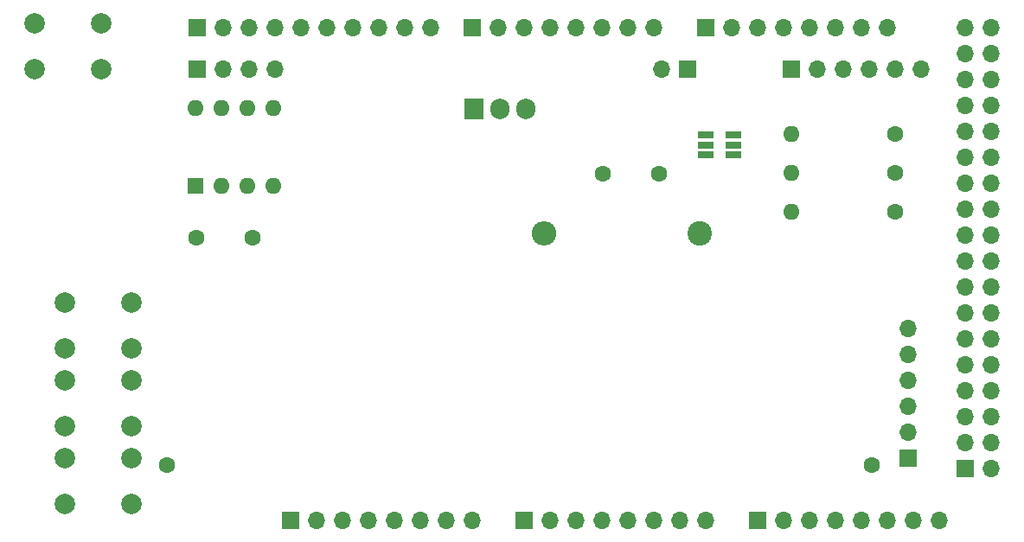
<source format=gbr>
G04 #@! TF.GenerationSoftware,KiCad,Pcbnew,(5.1.9)-1*
G04 #@! TF.CreationDate,2021-04-10T17:02:56+02:00*
G04 #@! TF.ProjectId,Battery_analyzer_MKII,42617474-6572-4795-9f61-6e616c797a65,2*
G04 #@! TF.SameCoordinates,Original*
G04 #@! TF.FileFunction,Soldermask,Top*
G04 #@! TF.FilePolarity,Negative*
%FSLAX46Y46*%
G04 Gerber Fmt 4.6, Leading zero omitted, Abs format (unit mm)*
G04 Created by KiCad (PCBNEW (5.1.9)-1) date 2021-04-10 17:02:56*
%MOMM*%
%LPD*%
G01*
G04 APERTURE LIST*
%ADD10R,1.700000X1.700000*%
%ADD11O,1.700000X1.700000*%
%ADD12O,1.600000X1.600000*%
%ADD13R,1.600000X1.600000*%
%ADD14R,1.560000X0.650000*%
%ADD15C,2.000000*%
%ADD16C,1.600000*%
%ADD17O,2.400000X2.400000*%
%ADD18C,2.400000*%
%ADD19O,1.905000X2.000000*%
%ADD20R,1.905000X2.000000*%
G04 APERTURE END LIST*
D10*
X197358000Y-114046000D03*
D11*
X199898000Y-114046000D03*
X197358000Y-111506000D03*
X199898000Y-111506000D03*
X197358000Y-108966000D03*
X199898000Y-108966000D03*
X197358000Y-106426000D03*
X199898000Y-106426000D03*
X197358000Y-103886000D03*
X199898000Y-103886000D03*
X197358000Y-101346000D03*
X199898000Y-101346000D03*
X197358000Y-98806000D03*
X199898000Y-98806000D03*
X197358000Y-96266000D03*
X199898000Y-96266000D03*
X197358000Y-93726000D03*
X199898000Y-93726000D03*
X197358000Y-91186000D03*
X199898000Y-91186000D03*
X197358000Y-88646000D03*
X199898000Y-88646000D03*
X197358000Y-86106000D03*
X199898000Y-86106000D03*
X197358000Y-83566000D03*
X199898000Y-83566000D03*
X197358000Y-81026000D03*
X199898000Y-81026000D03*
X197358000Y-78486000D03*
X199898000Y-78486000D03*
X197358000Y-75946000D03*
X199898000Y-75946000D03*
X197358000Y-73406000D03*
X199898000Y-73406000D03*
X197358000Y-70866000D03*
X199898000Y-70866000D03*
D12*
X122010000Y-78720000D03*
X129630000Y-86340000D03*
X124550000Y-78720000D03*
X127090000Y-86340000D03*
X127090000Y-78720000D03*
X124550000Y-86340000D03*
X129630000Y-78720000D03*
D13*
X122010000Y-86340000D03*
D14*
X174660000Y-82340000D03*
X174660000Y-81390000D03*
X174660000Y-83290000D03*
X171960000Y-83290000D03*
X171960000Y-82340000D03*
X171960000Y-81390000D03*
D15*
X115720000Y-113030000D03*
X115720000Y-117530000D03*
X109220000Y-113030000D03*
X109220000Y-117530000D03*
D16*
X119210000Y-113740000D03*
X188210000Y-113740000D03*
D11*
X167640000Y-74930000D03*
D10*
X170180000Y-74930000D03*
D15*
X115720000Y-105410000D03*
X115720000Y-109910000D03*
X109220000Y-105410000D03*
X109220000Y-109910000D03*
X115720000Y-97790000D03*
X115720000Y-102290000D03*
X109220000Y-97790000D03*
X109220000Y-102290000D03*
D10*
X180340000Y-74930000D03*
D11*
X182880000Y-74930000D03*
X185420000Y-74930000D03*
X187960000Y-74930000D03*
X190500000Y-74930000D03*
X193040000Y-74930000D03*
X129794000Y-74930000D03*
X127254000Y-74930000D03*
X124714000Y-74930000D03*
D10*
X122174000Y-74930000D03*
D15*
X106262646Y-74930000D03*
X106262646Y-70430000D03*
X112762646Y-74930000D03*
X112762646Y-70430000D03*
D12*
X180340000Y-81280000D03*
D16*
X190500000Y-81280000D03*
D12*
X180340000Y-88900000D03*
D16*
X190500000Y-88900000D03*
D12*
X180340000Y-85090000D03*
D16*
X190500000Y-85090000D03*
D17*
X156170000Y-91040000D03*
D18*
X171410000Y-91040000D03*
D19*
X154390000Y-78840000D03*
X151850000Y-78840000D03*
D20*
X149310000Y-78840000D03*
D11*
X191770000Y-100330000D03*
X191770000Y-102870000D03*
X191770000Y-105410000D03*
X191770000Y-107950000D03*
X191770000Y-110490000D03*
D10*
X191770000Y-113030000D03*
D16*
X161860000Y-85140000D03*
X167360000Y-85140000D03*
X127560000Y-91440000D03*
X122060000Y-91440000D03*
D11*
X149098000Y-119126000D03*
X146558000Y-119126000D03*
X144018000Y-119126000D03*
X141478000Y-119126000D03*
X138938000Y-119126000D03*
X136398000Y-119126000D03*
X133858000Y-119126000D03*
D10*
X131318000Y-119126000D03*
X154178000Y-119126000D03*
D11*
X156718000Y-119126000D03*
X159258000Y-119126000D03*
X161798000Y-119126000D03*
X164338000Y-119126000D03*
X166878000Y-119126000D03*
X169418000Y-119126000D03*
X171958000Y-119126000D03*
D10*
X177038000Y-119126000D03*
D11*
X179578000Y-119126000D03*
X182118000Y-119126000D03*
X184658000Y-119126000D03*
X187198000Y-119126000D03*
X189738000Y-119126000D03*
X192278000Y-119126000D03*
X194818000Y-119126000D03*
D10*
X122174000Y-70866000D03*
D11*
X124714000Y-70866000D03*
X127254000Y-70866000D03*
X129794000Y-70866000D03*
X132334000Y-70866000D03*
X134874000Y-70866000D03*
X137414000Y-70866000D03*
X139954000Y-70866000D03*
X142494000Y-70866000D03*
X145034000Y-70866000D03*
X166878000Y-70866000D03*
X164338000Y-70866000D03*
X161798000Y-70866000D03*
X159258000Y-70866000D03*
X156718000Y-70866000D03*
X154178000Y-70866000D03*
X151638000Y-70866000D03*
D10*
X149098000Y-70866000D03*
X171958000Y-70866000D03*
D11*
X174498000Y-70866000D03*
X177038000Y-70866000D03*
X179578000Y-70866000D03*
X182118000Y-70866000D03*
X184658000Y-70866000D03*
X187198000Y-70866000D03*
X189738000Y-70866000D03*
M02*

</source>
